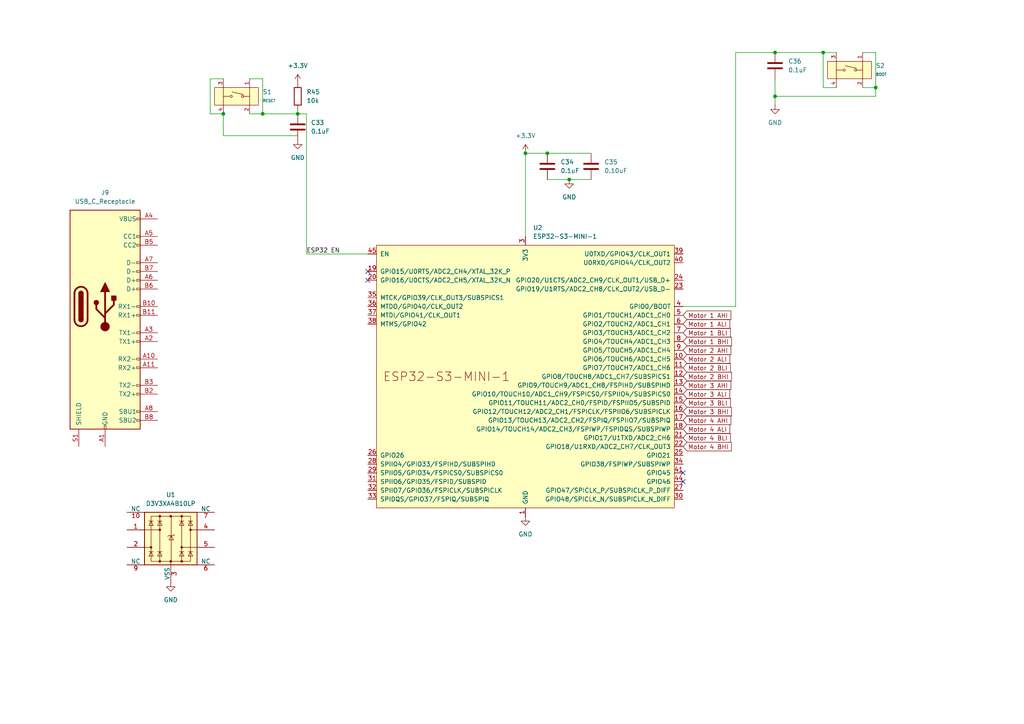
<source format=kicad_sch>
(kicad_sch (version 20231120) (generator "eeschema") (generator_version "8.0")
  (paper "A4")
  (title_block (title "ESP32 DC Motor Driver") (rev "1") (company "Divster"))
  (lib_symbols
    (symbol "Connector:USB_C_Receptacle" (pin_names (offset 1.016))
      (property "Reference" "J" (at -10.16 29.21 0))
      (property "Value" "USB_C_Receptacle" (at 10.16 29.21 0))
      (symbol "USB_C_Receptacle_0_0"
        (rectangle (start -0.254 -35.56) (end 0.254 -34.544))
        (rectangle (start 10.16 -32.766) (end 9.144 -33.274))
        (rectangle (start 10.16 -30.226) (end 9.144 -30.734))
        (rectangle (start 10.16 -25.146) (end 9.144 -25.654))
        (rectangle (start 10.16 -22.606) (end 9.144 -23.114))
        (rectangle (start 10.16 -17.526) (end 9.144 -18.034))
        (rectangle (start 10.16 -14.986) (end 9.144 -15.494))
        (rectangle (start 10.16 -9.906) (end 9.144 -10.414))
        (rectangle (start 10.16 -7.366) (end 9.144 -7.874))
        (rectangle (start 10.16 -2.286) (end 9.144 -2.794))
        (rectangle (start 10.16 0.254) (end 9.144 -0.254))
        (rectangle (start 10.16 5.334) (end 9.144 4.826))
        (rectangle (start 10.16 7.874) (end 9.144 7.366))
        (rectangle (start 10.16 10.414) (end 9.144 9.906))
        (rectangle (start 10.16 12.954) (end 9.144 12.446))
        (rectangle (start 10.16 18.034) (end 9.144 17.526))
        (rectangle (start 10.16 20.574) (end 9.144 20.066))
        (rectangle (start 10.16 25.654) (end 9.144 25.146))
      )
      (symbol "USB_C_Receptacle_0_1"
        (rectangle (start -10.16 27.94) (end 10.16 -35.56) (stroke (width 0.254)) (fill (type background)))
        (arc (start -8.89 -3.81) (mid -6.985 -5.7067) (end -5.08 -3.81) (stroke (width 0.508)))
        (arc (start -7.62 -3.81) (mid -6.985 -4.4423) (end -6.35 -3.81) (stroke (width 0.254)))
        (arc (start -7.62 -3.81) (mid -6.985 -4.4423) (end -6.35 -3.81) (stroke (width 0.254)) (fill (type outline)))
        (rectangle (start -7.62 -3.81) (end -6.35 3.81) (stroke (width 0.254)) (fill (type outline)))
        (arc (start -6.35 3.81) (mid -6.985 4.4423) (end -7.62 3.81) (stroke (width 0.254)))
        (arc (start -6.35 3.81) (mid -6.985 4.4423) (end -7.62 3.81) (stroke (width 0.254)) (fill (type outline)))
        (arc (start -5.08 3.81) (mid -6.985 5.7067) (end -8.89 3.81) (stroke (width 0.508)))
        (polyline (pts (xy -8.89 -3.81) (xy -8.89 3.81)) (stroke (width 0.508)))
        (polyline (pts (xy -5.08 3.81) (xy -5.08 -3.81)) (stroke (width 0.508)))
      )
      (symbol "USB_C_Receptacle_1_1"
        (circle (center -2.54 1.143) (radius 0.635) (stroke (width 0.254)) (fill (type outline)))
        (circle (center 0 -5.842) (radius 1.27) (fill (type outline)))
        (polyline (pts (xy 0 -5.842) (xy 0 4.318)) (stroke (width 0.508)))
        (polyline (pts (xy 0 -3.302) (xy -2.54 -0.762) (xy -2.54 0.508)) (stroke (width 0.508)))
        (polyline (pts (xy 0 -2.032) (xy 2.54 0.508) (xy 2.54 1.778)) (stroke (width 0.508)))
        (polyline (pts (xy -1.27 4.318) (xy 0 6.858) (xy 1.27 4.318) (xy -1.27 4.318)) (stroke (width 0.254)) (fill (type outline)))
        (rectangle (start 1.905 1.778) (end 3.175 3.048) (stroke (width 0.254)) (fill (type outline)))
        (pin passive line (at 0 -40.64 90) (length 5.08) (name "GND") (number "A1"))
        (pin bidirectional line (at 15.24 -15.24 180) (length 5.08) (name "RX2-") (number "A10"))
        (pin bidirectional line (at 15.24 -17.78 180) (length 5.08) (name "RX2+") (number "A11"))
        (pin passive line (at 0 -40.64 90) (length 5.08) hide (name "GND") (number "A12"))
        (pin bidirectional line (at 15.24 -10.16 180) (length 5.08) (name "TX1+") (number "A2"))
        (pin bidirectional line (at 15.24 -7.62 180) (length 5.08) (name "TX1-") (number "A3"))
        (pin passive line (at 15.24 25.4 180) (length 5.08) (name "VBUS") (number "A4"))
        (pin bidirectional line (at 15.24 20.32 180) (length 5.08) (name "CC1") (number "A5"))
        (pin bidirectional line (at 15.24 7.62 180) (length 5.08) (name "D+") (number "A6"))
        (pin bidirectional line (at 15.24 12.7 180) (length 5.08) (name "D-") (number "A7"))
        (pin bidirectional line (at 15.24 -30.48 180) (length 5.08) (name "SBU1") (number "A8"))
        (pin passive line (at 15.24 25.4 180) (length 5.08) hide (name "VBUS") (number "A9"))
        (pin passive line (at 0 -40.64 90) (length 5.08) hide (name "GND") (number "B1"))
        (pin bidirectional line (at 15.24 0 180) (length 5.08) (name "RX1-") (number "B10"))
        (pin bidirectional line (at 15.24 -2.54 180) (length 5.08) (name "RX1+") (number "B11"))
        (pin passive line (at 0 -40.64 90) (length 5.08) hide (name "GND") (number "B12"))
        (pin bidirectional line (at 15.24 -25.4 180) (length 5.08) (name "TX2+") (number "B2"))
        (pin bidirectional line (at 15.24 -22.86 180) (length 5.08) (name "TX2-") (number "B3"))
        (pin passive line (at 15.24 25.4 180) (length 5.08) hide (name "VBUS") (number "B4"))
        (pin bidirectional line (at 15.24 17.78 180) (length 5.08) (name "CC2") (number "B5"))
        (pin bidirectional line (at 15.24 5.08 180) (length 5.08) (name "D+") (number "B6"))
        (pin bidirectional line (at 15.24 10.16 180) (length 5.08) (name "D-") (number "B7"))
        (pin bidirectional line (at 15.24 -33.02 180) (length 5.08) (name "SBU2") (number "B8"))
        (pin passive line (at 15.24 25.4 180) (length 5.08) hide (name "VBUS") (number "B9"))
        (pin passive line (at -7.62 -40.64 90) (length 5.08) (name "SHIELD") (number "S1"))
      )
    )
    (symbol "Device:C" (pin_numbers hide) (pin_names (offset 0.254))
      (property "Reference" "C" (at 0.635 2.54 0))
      (property "Value" "C" (at 0.635 -2.54 0))
      (symbol "C_0_1"
        (polyline (pts (xy -2.032 -0.762) (xy 2.032 -0.762)) (stroke (width 0.508)))
        (polyline (pts (xy -2.032 0.762) (xy 2.032 0.762)) (stroke (width 0.508)))
      )
      (symbol "C_1_1"
        (pin passive line (at 0 3.81 270) (length 2.794) (name "~") (number "1"))
        (pin passive line (at 0 -3.81 90) (length 2.794) (name "~") (number "2"))
      )
    )
    (symbol "Device:R" (pin_numbers hide) (pin_names (offset 0))
      (property "Reference" "R" (at 2.032 0 90))
      (property "Value" "R" (at 0 0 90))
      (symbol "R_0_1"
        (rectangle (start -1.016 -2.54) (end 1.016 2.54) (stroke (width 0.254)))
      )
      (symbol "R_1_1"
        (pin passive line (at 0 3.81 270) (length 1.27) (name "~") (number "1"))
        (pin passive line (at 0 -3.81 90) (length 1.27) (name "~") (number "2"))
      )
    )
    (symbol "PCM_Espressif:ESP32-S3-MINI-1" (pin_names (offset 1.016))
      (property "Reference" "U" (at -43.18 43.18 0))
      (property "Value" "ESP32-S3-MINI-1" (at -43.18 40.64 0))
      (symbol "ESP32-S3-MINI-1_0_0"
        (text "ESP32-S3-MINI-1" (at -22.86 0 0) (effects (font (size 2.54 2.54))))
        (pin power_in line (at 0 -40.64 90) (length 2.54) (name "GND") (number "1"))
        (pin bidirectional line (at 45.72 5.08 180) (length 2.54) (name "GPIO6/TOUCH6/ADC1_CH5") (number "10"))
        (pin bidirectional line (at 45.72 2.54 180) (length 2.54) (name "GPIO7/TOUCH7/ADC1_CH6") (number "11"))
        (pin bidirectional line (at 45.72 0 180) (length 2.54) (name "GPIO8/TOUCH8/ADC1_CH7/SUBSPICS1") (number "12"))
        (pin bidirectional line (at 45.72 -2.54 180) (length 2.54) (name "GPIO9/TOUCH9/ADC1_CH8/FSPIHD/SUBSPIHD") (number "13"))
        (pin bidirectional line (at 45.72 -5.08 180) (length 2.54) (name "GPIO10/TOUCH10/ADC1_CH9/FSPICS0/FSPIIO4/SUBSPICS0") (number "14"))
        (pin bidirectional line (at 45.72 -7.62 180) (length 2.54) (name "GPIO11/TOUCH11/ADC2_CH0/FSPID/FSPIIO5/SUBSPID") (number "15"))
        (pin bidirectional line (at 45.72 -10.16 180) (length 2.54) (name "GPIO12/TOUCH12/ADC2_CH1/FSPICLK/FSPIIO6/SUBSPICLK") (number "16"))
        (pin bidirectional line (at 45.72 -12.7 180) (length 2.54) (name "GPIO13/TOUCH13/ADC2_CH2/FSPIQ/FSPIIO7/SUBSPIQ") (number "17"))
        (pin bidirectional line (at 45.72 -15.24 180) (length 2.54) (name "GPIO14/TOUCH14/ADC2_CH3/FSPIWP/FSPIDQS/SUBSPIWP") (number "18"))
        (pin bidirectional line (at -45.72 30.48 0) (length 2.54) (name "GPIO15/U0RTS/ADC2_CH4/XTAL_32K_P") (number "19"))
        (pin passive line (at 0 -40.64 90) (length 2.54) hide (name "GND") (number "2"))
        (pin bidirectional line (at -45.72 27.94 0) (length 2.54) (name "GPIO16/U0CTS/ADC2_CH5/XTAL_32K_N") (number "20"))
        (pin bidirectional line (at 45.72 -17.78 180) (length 2.54) (name "GPIO17/U1TXD/ADC2_CH6") (number "21"))
        (pin bidirectional line (at 45.72 -20.32 180) (length 2.54) (name "GPIO18/U1RXD/ADC2_CH7/CLK_OUT3") (number "22"))
        (pin bidirectional line (at 45.72 25.4 180) (length 2.54) (name "GPIO19/U1RTS/ADC2_CH8/CLK_OUT2/USB_D-") (number "23"))
        (pin bidirectional line (at 45.72 27.94 180) (length 2.54) (name "GPIO20/U1CTS/ADC2_CH9/CLK_OUT1/USB_D+") (number "24"))
        (pin bidirectional line (at 45.72 -22.86 180) (length 2.54) (name "GPIO21") (number "25"))
        (pin bidirectional line (at -45.72 -22.86 0) (length 2.54) (name "GPIO26") (number "26"))
        (pin bidirectional line (at 45.72 -33.02 180) (length 2.54) (name "GPIO47/SPICLK_P/SUBSPICLK_P_DIFF") (number "27"))
        (pin bidirectional line (at -45.72 -25.4 0) (length 2.54) (name "SPIIO4/GPIO33/FSPIHD/SUBSPIHD") (number "28"))
        (pin bidirectional line (at -45.72 -27.94 0) (length 2.54) (name "SPIIO5/GPIO34/FSPICS0/SUBSPICS0") (number "29"))
        (pin power_in line (at 0 40.64 270) (length 2.54) (name "3V3") (number "3"))
        (pin bidirectional line (at 45.72 -35.56 180) (length 2.54) (name "GPIO48/SPICLK_N/SUBSPICLK_N_DIFF") (number "30"))
        (pin bidirectional line (at -45.72 -30.48 0) (length 2.54) (name "SPIIO6/GPIO35/FSPID/SUBSPID") (number "31"))
        (pin bidirectional line (at -45.72 -33.02 0) (length 2.54) (name "SPIIO7/GPIO36/FSPICLK/SUBSPICLK") (number "32"))
        (pin bidirectional line (at -45.72 -35.56 0) (length 2.54) (name "SPIDQS/GPIO37/FSPIQ/SUBSPIQ") (number "33"))
        (pin bidirectional line (at 45.72 -25.4 180) (length 2.54) (name "GPIO38/FSPIWP/SUBSPIWP") (number "34"))
        (pin bidirectional line (at -45.72 22.86 0) (length 2.54) (name "MTCK/GPIO39/CLK_OUT3/SUBSPICS1") (number "35"))
        (pin bidirectional line (at -45.72 20.32 0) (length 2.54) (name "MTDO/GPIO40/CLK_OUT2") (number "36"))
        (pin bidirectional line (at -45.72 17.78 0) (length 2.54) (name "MTDI/GPIO41/CLK_OUT1") (number "37"))
        (pin bidirectional line (at -45.72 15.24 0) (length 2.54) (name "MTMS/GPIO42") (number "38"))
        (pin bidirectional line (at 45.72 35.56 180) (length 2.54) (name "U0TXD/GPIO43/CLK_OUT1") (number "39"))
        (pin bidirectional line (at 45.72 20.32 180) (length 2.54) (name "GPIO0/BOOT") (number "4"))
        (pin bidirectional line (at 45.72 33.02 180) (length 2.54) (name "U0RXD/GPIO44/CLK_OUT2") (number "40"))
        (pin bidirectional line (at 45.72 -27.94 180) (length 2.54) (name "GPIO45") (number "41"))
        (pin passive line (at 0 -40.64 90) (length 2.54) hide (name "GND") (number "42"))
        (pin passive line (at 0 -40.64 90) (length 2.54) hide (name "GND") (number "43"))
        (pin bidirectional line (at 45.72 -30.48 180) (length 2.54) (name "GPIO46") (number "44"))
        (pin input line (at -45.72 35.56 0) (length 2.54) (name "EN") (number "45"))
        (pin passive line (at 0 -40.64 90) (length 2.54) hide (name "GND") (number "46"))
        (pin passive line (at 0 -40.64 90) (length 2.54) hide (name "GND") (number "47"))
        (pin passive line (at 0 -40.64 90) (length 2.54) hide (name "GND") (number "48"))
        (pin passive line (at 0 -40.64 90) (length 2.54) hide (name "GND") (number "49"))
        (pin bidirectional line (at 45.72 17.78 180) (length 2.54) (name "GPIO1/TOUCH1/ADC1_CH0") (number "5"))
        (pin passive line (at 0 -40.64 90) (length 2.54) hide (name "GND") (number "50"))
        (pin passive line (at 0 -40.64 90) (length 2.54) hide (name "GND") (number "51"))
        (pin passive line (at 0 -40.64 90) (length 2.54) hide (name "GND") (number "52"))
        (pin passive line (at 0 -40.64 90) (length 2.54) hide (name "GND") (number "53"))
        (pin passive line (at 0 -40.64 90) (length 2.54) hide (name "GND") (number "54"))
        (pin passive line (at 0 -40.64 90) (length 2.54) hide (name "GND") (number "55"))
        (pin passive line (at 0 -40.64 90) (length 2.54) hide (name "GND") (number "56"))
        (pin passive line (at 0 -40.64 90) (length 2.54) hide (name "GND") (number "57"))
        (pin passive line (at 0 -40.64 90) (length 2.54) hide (name "GND") (number "58"))
        (pin passive line (at 0 -40.64 90) (length 2.54) hide (name "GND") (number "59"))
        (pin bidirectional line (at 45.72 15.24 180) (length 2.54) (name "GPIO2/TOUCH2/ADC1_CH1") (number "6"))
        (pin passive line (at 0 -40.64 90) (length 2.54) hide (name "GND") (number "60"))
        (pin passive line (at 0 -40.64 90) (length 2.54) hide (name "GND") (number "61"))
        (pin passive line (at 0 -40.64 90) (length 2.54) hide (name "GND") (number "62"))
        (pin passive line (at 0 -40.64 90) (length 2.54) hide (name "GND") (number "63"))
        (pin passive line (at 0 -40.64 90) (length 2.54) hide (name "GND") (number "64"))
        (pin passive line (at 0 -40.64 90) (length 2.54) hide (name "GND") (number "65"))
        (pin bidirectional line (at 45.72 12.7 180) (length 2.54) (name "GPIO3/TOUCH3/ADC1_CH2") (number "7"))
        (pin bidirectional line (at 45.72 10.16 180) (length 2.54) (name "GPIO4/TOUCH4/ADC1_CH3") (number "8"))
        (pin bidirectional line (at 45.72 7.62 180) (length 2.54) (name "GPIO5/TOUCH5/ADC1_CH4") (number "9"))
      )
      (symbol "ESP32-S3-MINI-1_0_1"
        (rectangle (start -43.18 38.1) (end 43.18 -38.1) (fill (type background)))
      )
    )
    (symbol "PCM_JLCPCB-Connectors_Buttons:Tactile Button, 160gf" (pin_names hide)
      (property "Reference" "S" (at 0 1.27 0))
      (property "Value" "Tactile Button, 160gf" (at 0 -8.89 0))
      (symbol "Tactile Button, 160gf_0_1"
        (circle (center 0 -2.794) (radius 0.3175) (fill (type background)))
        (polyline (pts (xy -2.54 -5.08) (xy 2.54 -5.08)))
        (polyline (pts (xy -2.54 2.54) (xy 2.54 2.54)))
        (polyline (pts (xy -0.508 0.762) (xy -1.27 -2.54)))
        (polyline (pts (xy 0 -3.302) (xy 0 -5.08)))
        (polyline (pts (xy 0 0.762) (xy 0 2.54)))
        (circle (center 0 0.508) (radius 0.3175) (fill (type background)))
        (pin unspecified line (at -5.08 2.54 0) (length 2.54) (name "A") (number "1"))
        (pin unspecified line (at 5.08 2.54 180) (length 2.54) (name "B") (number "2"))
        (pin unspecified line (at -5.08 -5.08 0) (length 2.54) (name "C") (number "3"))
        (pin unspecified line (at 5.08 -5.08 180) (length 2.54) (name "D") (number "4"))
      )
      (symbol "Tactile Button, 160gf_1_1"
        (rectangle (start -2.54 5.08) (end 2.54 -7.62) (fill (type background)))
      )
    )
    (symbol "Power_Protection:D3V3XA4B10LP" (pin_names (offset 0))
      (property "Reference" "U" (at -0.635 8.89 0))
      (property "Value" "D3V3XA4B10LP" (at 8.89 -10.16 0))
      (symbol "D3V3XA4B10LP_0_0"
        (rectangle (start -5.715 6.477) (end 5.715 -6.604))
        (polyline (pts (xy -3.175 -6.604) (xy -3.175 6.477)))
        (polyline (pts (xy 0.127 6.477) (xy 0.127 -6.604)))
        (polyline (pts (xy 3.175 6.477) (xy 3.175 -6.604)))
      )
      (symbol "D3V3XA4B10LP_0_1"
        (rectangle (start -7.62 7.62) (end 7.62 -7.62) (stroke (width 0.254)) (fill (type background)))
        (circle (center -5.715 -2.54) (radius 0.2794) (fill (type outline)))
        (circle (center -3.175 -6.604) (radius 0.2794) (fill (type outline)))
        (circle (center -3.175 2.54) (radius 0.2794) (fill (type outline)))
        (circle (center -3.175 6.477) (radius 0.2794) (fill (type outline)))
        (circle (center 0 -6.604) (radius 0.2794) (fill (type outline)))
        (polyline (pts (xy -7.747 2.54) (xy -3.175 2.54)))
        (polyline (pts (xy -7.62 -2.54) (xy -5.715 -2.54)))
        (polyline (pts (xy -5.08 -3.81) (xy -6.35 -3.81)))
        (polyline (pts (xy -5.08 5.08) (xy -6.35 5.08)))
        (polyline (pts (xy -2.54 -3.81) (xy -3.81 -3.81)))
        (polyline (pts (xy -2.54 5.08) (xy -3.81 5.08)))
        (polyline (pts (xy -0.508 0.889) (xy -0.889 0.635)))
        (polyline (pts (xy 0 -6.604) (xy 0 -7.62)))
        (polyline (pts (xy 0.762 0.889) (xy -0.508 0.889)))
        (polyline (pts (xy 0.762 0.889) (xy 1.143 1.143)))
        (polyline (pts (xy 3.81 -3.81) (xy 2.54 -3.81)))
        (polyline (pts (xy 3.81 5.08) (xy 2.54 5.08)))
        (polyline (pts (xy 6.35 -3.81) (xy 5.08 -3.81)))
        (polyline (pts (xy 6.35 5.08) (xy 5.08 5.08)))
        (polyline (pts (xy 7.62 -2.54) (xy 3.175 -2.54)))
        (polyline (pts (xy 7.62 2.54) (xy 5.715 2.54)))
        (polyline (pts (xy -5.08 -5.08) (xy -6.35 -5.08) (xy -5.715 -3.81) (xy -5.08 -5.08)))
        (polyline (pts (xy -5.08 3.81) (xy -6.35 3.81) (xy -5.715 5.08) (xy -5.08 3.81)))
        (polyline (pts (xy -2.54 -5.08) (xy -3.81 -5.08) (xy -3.175 -3.81) (xy -2.54 -5.08)))
        (polyline (pts (xy -2.54 3.81) (xy -3.81 3.81) (xy -3.175 5.08) (xy -2.54 3.81)))
        (polyline (pts (xy 0.762 -0.381) (xy -0.508 -0.381) (xy 0.127 0.889) (xy 0.762 -0.381)))
        (polyline (pts (xy 3.81 -5.08) (xy 2.54 -5.08) (xy 3.175 -3.81) (xy 3.81 -5.08)))
        (polyline (pts (xy 3.81 3.81) (xy 2.54 3.81) (xy 3.175 5.08) (xy 3.81 3.81)))
        (polyline (pts (xy 6.35 -5.08) (xy 5.08 -5.08) (xy 5.715 -3.81) (xy 6.35 -5.08)))
        (polyline (pts (xy 6.35 3.81) (xy 5.08 3.81) (xy 5.715 5.08) (xy 6.35 3.81)))
        (circle (center 0 6.477) (radius 0.2794) (fill (type outline)))
        (circle (center 3.175 -6.604) (radius 0.2794) (fill (type outline)))
        (circle (center 3.175 -2.54) (radius 0.2794) (fill (type outline)))
        (circle (center 3.175 6.477) (radius 0.2794) (fill (type outline)))
        (circle (center 5.715 2.54) (radius 0.2794) (fill (type outline)))
      )
      (symbol "D3V3XA4B10LP_1_1"
        (pin passive line (at -12.7 2.54 0) (length 5.08) (name "~") (number "1"))
        (pin free line (at -12.7 7.62 0) (length 5.08) (name "NC") (number "10"))
        (pin passive line (at -12.7 -2.54 0) (length 5.08) (name "~") (number "2"))
        (pin power_in line (at 0 -12.7 90) (length 5.08) (name "VSS") (number "3"))
        (pin passive line (at 12.7 2.54 180) (length 5.08) (name "~") (number "4"))
        (pin passive line (at 12.7 -2.54 180) (length 5.08) (name "~") (number "5"))
        (pin free line (at 12.7 -7.62 180) (length 5.08) (name "NC") (number "6"))
        (pin free line (at 12.7 7.62 180) (length 5.08) (name "NC") (number "7"))
        (pin passive line (at 0 -12.7 90) (length 5.08) hide (name "VSS") (number "8"))
        (pin free line (at -12.7 -7.62 0) (length 5.08) (name "NC") (number "9"))
      )
    )
    (symbol "power:+3.3V" (power) (pin_numbers hide) (pin_names (offset 0) hide)
      (property "Value" "+3.3V" (at 0 3.556 0))
      (symbol "+3.3V_0_1"
        (polyline (pts (xy -0.762 1.27) (xy 0 2.54)))
        (polyline (pts (xy 0 0) (xy 0 2.54)))
        (polyline (pts (xy 0 2.54) (xy 0.762 1.27)))
      )
      (symbol "+3.3V_1_1"
        (pin power_in line (at 0 0 90) (length 0) (name "~") (number "1"))
      )
    )
    (symbol "power:GND" (power) (pin_numbers hide) (pin_names (offset 0) hide)
      (property "Value" "GND" (at 0 -3.81 0))
      (symbol "GND_0_1"
        (polyline (pts (xy 0 0) (xy 0 -1.27) (xy 1.27 -1.27) (xy 0 -2.54) (xy -1.27 -1.27) (xy 0 -1.27)))
      )
      (symbol "GND_1_1"
        (pin power_in line (at 0 0 270) (length 0) (name "~") (number "1"))
      )
    )
  )
  (junction (at 238.76 15.24))
  (junction (at 152.4 44.45))
  (junction (at 158.75 44.45))
  (junction (at 64.77 33.02))
  (junction (at 86.36 33.02))
  (junction (at 165.1 52.07))
  (junction (at 224.79 27.94))
  (junction (at 224.79 15.24))
  (junction (at 76.2 33.02))
  (junction (at 254 25.4))
  (no_connect (at 106.68 81.28))
  (no_connect (at 198.12 137.16))
  (no_connect (at 198.12 139.7))
  (no_connect (at 106.68 78.74))
  (wire (pts (xy 76.2 33.02) (xy 86.36 33.02)))
  (wire (pts (xy 76.2 22.86) (xy 76.2 33.02)))
  (wire (pts (xy 158.75 44.45) (xy 171.45 44.45)))
  (wire (pts (xy 88.9 73.66) (xy 106.68 73.66)))
  (wire (pts (xy 238.76 15.24) (xy 238.76 25.4)))
  (wire (pts (xy 238.76 25.4) (xy 242.57 25.4)))
  (wire (pts (xy 254 27.94) (xy 224.79 27.94)))
  (wire (pts (xy 242.57 15.24) (xy 238.76 15.24)))
  (wire (pts (xy 224.79 15.24) (xy 238.76 15.24)))
  (wire (pts (xy 72.39 22.86) (xy 76.2 22.86)))
  (wire (pts (xy 60.96 22.86) (xy 60.96 33.02)))
  (wire (pts (xy 64.77 39.37) (xy 86.36 39.37)))
  (wire (pts (xy 152.4 44.45) (xy 158.75 44.45)))
  (wire (pts (xy 254 25.4) (xy 254 27.94)))
  (wire (pts (xy 158.75 52.07) (xy 165.1 52.07)))
  (wire (pts (xy 250.19 25.4) (xy 254 25.4)))
  (wire (pts (xy 250.19 15.24) (xy 254 15.24)))
  (wire (pts (xy 213.36 15.24) (xy 213.36 88.9)))
  (wire (pts (xy 64.77 22.86) (xy 60.96 22.86)))
  (wire (pts (xy 213.36 88.9) (xy 198.12 88.9)))
  (wire (pts (xy 165.1 52.07) (xy 171.45 52.07)))
  (wire (pts (xy 88.9 33.02) (xy 86.36 33.02)))
  (wire (pts (xy 60.96 33.02) (xy 64.77 33.02)))
  (wire (pts (xy 88.9 73.66) (xy 88.9 33.02)))
  (wire (pts (xy 213.36 15.24) (xy 224.79 15.24)))
  (wire (pts (xy 152.4 44.45) (xy 152.4 68.58)))
  (wire (pts (xy 224.79 27.94) (xy 224.79 22.86)))
  (wire (pts (xy 224.79 30.48) (xy 224.79 27.94)))
  (wire (pts (xy 86.36 31.75) (xy 86.36 33.02)))
  (wire (pts (xy 254 25.4) (xy 254 15.24)))
  (wire (pts (xy 64.77 33.02) (xy 64.77 39.37)))
  (wire (pts (xy 72.39 33.02) (xy 76.2 33.02)))
  (label "ESP32 EN" (at 88.9 73.66 0))
  (global_label "Motor 2 ALI" (shape input) (at 198.12 104.14 0) (property "Intersheetrefs" "${INTERSHEET_REFS}" (effects (hide yes))))
  (global_label "Motor 4 BLI" (shape input) (at 198.12 127 0) (property "Intersheetrefs" "${INTERSHEET_REFS}" (effects (hide yes))))
  (global_label "Motor 1 ALI" (shape input) (at 198.12 93.98 0) (property "Intersheetrefs" "${INTERSHEET_REFS}" (effects (hide yes))))
  (global_label "Motor 3 ALI" (shape input) (at 198.12 114.3 0) (property "Intersheetrefs" "${INTERSHEET_REFS}" (effects (hide yes))))
  (global_label "Motor 1 BLI" (shape input) (at 198.12 96.52 0) (property "Intersheetrefs" "${INTERSHEET_REFS}" (effects (hide yes))))
  (global_label "Motor 4 AHI" (shape input) (at 198.12 121.92 0) (property "Intersheetrefs" "${INTERSHEET_REFS}" (effects (hide yes))))
  (global_label "Motor 4 BHI" (shape input) (at 198.12 129.54 0) (property "Intersheetrefs" "${INTERSHEET_REFS}" (effects (hide yes))))
  (global_label "Motor 3 AHI" (shape input) (at 198.12 111.76 0) (property "Intersheetrefs" "${INTERSHEET_REFS}" (effects (hide yes))))
  (global_label "Motor 2 BHI" (shape input) (at 198.12 109.22 0) (property "Intersheetrefs" "${INTERSHEET_REFS}" (effects (hide yes))))
  (global_label "Motor 1 BHI" (shape input) (at 198.12 99.06 0) (property "Intersheetrefs" "${INTERSHEET_REFS}" (effects (hide yes))))
  (global_label "Motor 2 AHI" (shape input) (at 198.12 101.6 0) (property "Intersheetrefs" "${INTERSHEET_REFS}" (effects (hide yes))))
  (global_label "Motor 3 BHI" (shape input) (at 198.12 119.38 0) (property "Intersheetrefs" "${INTERSHEET_REFS}" (effects (hide yes))))
  (global_label "Motor 1 AHI" (shape input) (at 198.12 91.44 0) (property "Intersheetrefs" "${INTERSHEET_REFS}" (effects (hide yes))))
  (global_label "Motor 3 BLI" (shape input) (at 198.12 116.84 0) (property "Intersheetrefs" "${INTERSHEET_REFS}" (effects (hide yes))))
  (global_label "Motor 2 BLI" (shape input) (at 198.12 106.68 0) (property "Intersheetrefs" "${INTERSHEET_REFS}" (effects (hide yes))))
  (global_label "Motor 4 ALI" (shape input) (at 198.12 124.46 0) (property "Intersheetrefs" "${INTERSHEET_REFS}" (effects (hide yes))))
  (symbol (lib_id "power:+3.3V") (at 152.4 44.45 0) (unit 1)
    (property "Reference" "#PWR052" (effects (hide yes)))
    (property "Value" "+3.3V" (at 152.4 39.37 0))
    (property "Description" "Power symbol creates a global label with name \"+3.3V\"" (effects (hide yes)))
  )
  (symbol (lib_id "power:GND") (at 152.4 149.86 0) (mirror y) (unit 1)
    (property "Reference" "#PWR053" (effects (hide yes)))
    (property "Value" "GND" (at 152.4 154.94 0))
    (property "Description" "Power symbol creates a global label with name \"GND\" , ground" (effects (hide yes)))
  )
  (symbol (lib_id "Connector:USB_C_Receptacle") (at 30.48 88.9 0) (unit 1)
    (property "Reference" "J9" (at 30.48 55.88 0))
    (property "Value" "USB_C_Receptacle" (at 30.48 58.42 0))
    (property "Footprint" "Connector_USB:USB_C_Receptacle_GCT_USB4135-GF-A_6P_TopMnt_Horizontal" (effects (hide yes)))
    (property "Datasheet" "https://www.usb.org/sites/default/files/documents/usb_type-c.zip" (effects (hide yes)))
    (property "Description" "USB Full-Featured Type-C Receptacle connector" (effects (hide yes)))
  )
  (symbol (lib_id "power:GND") (at 49.53 168.91 0) (mirror y) (unit 1)
    (property "Reference" "#PWR049" (effects (hide yes)))
    (property "Value" "GND" (at 49.53 173.99 0))
    (property "Description" "Power symbol creates a global label with name \"GND\" , ground" (effects (hide yes)))
  )
  (symbol (lib_id "PCM_Espressif:ESP32-S3-MINI-1") (at 152.4 109.22 0) (unit 1)
    (property "Reference" "U2" (at 154.5941 66.04 0) (effects (justify left)))
    (property "Value" "ESP32-S3-MINI-1" (at 154.5941 68.58 0) (effects (justify left)))
    (property "Footprint" "PCM_Espressif:ESP32-S3-MINI-1" (effects (hide yes)))
    (property "Datasheet" "https://www.espressif.com/sites/default/files/documentation/esp32-s3-mini-1_mini-1u_datasheet_en.pdf" (effects (hide yes)))
    (property "Description" "Smallsized module supporting 2.4 GHz WiFi (802.11 b/g/n) and Bluetooth ® 5 (LE) Built around ESP32S3 series of SoCs, Xtensa ® dualcore 32bit LX7 microprocessor Flash up to 8 MB, optional 2 MB PSRAM in chip package 39 GPIOs, rich set of peripherals Onboard PCB antenna or external antenna connector" (effects (hide yes)))
  )
  (symbol (lib_id "Device:C") (at 158.75 48.26 0) (unit 1)
    (property "Reference" "C34" (at 162.56 46.9899 0) (effects (justify left)))
    (property "Value" "0.1uF" (at 162.56 49.5299 0) (effects (justify left)))
    (property "Footprint" "Capacitor_SMD:C_0603_1608Metric_Pad1.08x0.95mm_HandSolder" (effects (hide yes)))
    (property "Description" "Unpolarized capacitor" (effects (hide yes)))
  )
  (symbol (lib_id "Device:C") (at 171.45 48.26 0) (unit 1)
    (property "Reference" "C35" (at 175.26 46.9899 0) (effects (justify left)))
    (property "Value" "0.10uF" (at 175.26 49.5299 0) (effects (justify left)))
    (property "Footprint" "Capacitor_SMD:C_0603_1608Metric_Pad1.08x0.95mm_HandSolder" (effects (hide yes)))
    (property "Description" "Unpolarized capacitor" (effects (hide yes)))
  )
  (symbol (lib_id "Device:C") (at 86.36 36.83 0) (unit 1)
    (property "Reference" "C33" (at 90.17 35.5599 0) (effects (justify left)))
    (property "Value" "0.1uF" (at 90.17 38.0999 0) (effects (justify left)))
    (property "Footprint" "Capacitor_SMD:C_0603_1608Metric_Pad1.08x0.95mm_HandSolder" (effects (hide yes)))
    (property "Description" "Unpolarized capacitor" (effects (hide yes)))
  )
  (symbol (lib_id "PCM_JLCPCB-Connectors_Buttons:Tactile Button, 160gf") (at 247.65 20.32 270) (unit 1)
    (property "Reference" "S2" (at 254 19.0499 90) (effects (justify left)))
    (property "Value" "BOOT" (at 254 21.59 90) (effects (font (size 0.8 0.8)) (justify left)))
    (property "Footprint" "PCM_JLCPCB:SW-SMD_4P-L5.1-W5.1-P3.70-LS6.5-TL-2" (effects (hide yes)))
    (property "Datasheet" "https://www.lcsc.com/datasheet/lcsc_datasheet_2304140030_XKB-Connection-TS-1187A-B-A-B_C318884.pdf" (effects (hide yes)))
    (property "Description" "None Without 50mA 5.1mm 100000 Times 160gf 12V 5.1mm 1.5mm Round Button Standing paste SPST SMD Tactile Switches ROHS" (effects (hide yes)))
    (property "LCSC" "C318884" (effects (hide yes)))
    (property "Stock" "273906" (effects (hide yes)))
    (property "Price" "0.025USD" (effects (hide yes)))
    (property "Process" "SMT" (effects (hide yes)))
    (property "Minimum Qty" "10" (effects (hide yes)))
    (property "Attrition Qty" "5" (effects (hide yes)))
    (property "Class" "Basic Component" (effects (hide yes)))
    (property "Category" "Switches,Tactile Switches" (effects (hide yes)))
    (property "Manufacturer" "XKB Connectivity" (effects (hide yes)))
    (property "Part" "TS-1187A-B-A-B" (effects (hide yes)))
    (property "Switch Length" "5.1mm" (effects (hide yes)))
    (property "Voltage Rating (Dc)" "12V" (effects (hide yes)))
    (property "With Lamp" "No" (effects (hide yes)))
    (property "Operating Force" "160gf" (effects (hide yes)))
    (property "Actuator/Cap Color" "Golden" (effects (hide yes)))
    (property "Mechanical Life" "100000 Times" (effects (hide yes)))
    (property "Strike Gundam" "NO" (effects (hide yes)))
    (property "Circuit" "SPST" (effects (hide yes)))
    (property "Switch Height" "1.5mm" (effects (hide yes)))
    (property "Actuator Style" "Round Button" (effects (hide yes)))
    (property "Switch Width" "5.1mm" (effects (hide yes)))
    (property "Contact Current" "50mA" (effects (hide yes)))
    (property "Operating Temperature" "-30°C~+85°C" (effects (hide yes)))
    (property "Mounting Style" "Brick nogging" (effects (hide yes)))
  )
  (symbol (lib_id "power:GND") (at 86.36 40.64 0) (mirror y) (unit 1)
    (property "Reference" "#PWR051" (effects (hide yes)))
    (property "Value" "GND" (at 86.36 45.72 0))
    (property "Description" "Power symbol creates a global label with name \"GND\" , ground" (effects (hide yes)))
  )
  (symbol (lib_id "power:GND") (at 165.1 52.07 0) (mirror y) (unit 1)
    (property "Reference" "#PWR054" (effects (hide yes)))
    (property "Value" "GND" (at 165.1 57.15 0))
    (property "Description" "Power symbol creates a global label with name \"GND\" , ground" (effects (hide yes)))
  )
  (symbol (lib_id "Power_Protection:D3V3XA4B10LP") (at 49.53 156.21 0) (unit 1)
    (property "Reference" "U1" (at 49.53 143.51 0))
    (property "Value" "D3V3XA4B10LP" (at 49.53 146.05 0))
    (property "Footprint" "Package_DFN_QFN:Diodes_UDFN-10_1.0x2.5mm_P0.5mm" (effects (hide yes)))
    (property "Datasheet" "https://www.diodes.com/assets/Datasheets/D3V3XA4B10LP.pdf" (effects (hide yes)))
    (property "Description" "4-Channel Low Capacitance TVS Diode Array, DFN-10" (effects (hide yes)))
  )
  (symbol (lib_id "Device:C") (at 224.79 19.05 0) (unit 1)
    (property "Reference" "C36" (at 228.6 17.7799 0) (effects (justify left)))
    (property "Value" "0.1uF" (at 228.6 20.3199 0) (effects (justify left)))
    (property "Footprint" "Capacitor_SMD:C_0603_1608Metric_Pad1.08x0.95mm_HandSolder" (effects (hide yes)))
    (property "Description" "Unpolarized capacitor" (effects (hide yes)))
  )
  (symbol (lib_id "power:+3.3V") (at 86.36 24.13 0) (unit 1)
    (property "Reference" "#PWR050" (effects (hide yes)))
    (property "Value" "+3.3V" (at 86.36 19.05 0))
    (property "Description" "Power symbol creates a global label with name \"+3.3V\"" (effects (hide yes)))
  )
  (symbol (lib_id "power:GND") (at 224.79 30.48 0) (mirror y) (unit 1)
    (property "Reference" "#PWR055" (effects (hide yes)))
    (property "Value" "GND" (at 224.79 35.56 0))
    (property "Description" "Power symbol creates a global label with name \"GND\" , ground" (effects (hide yes)))
  )
  (symbol (lib_id "Device:R") (at 86.36 27.94 0) (unit 1)
    (property "Reference" "R45" (at 88.9 26.6699 0) (effects (justify left)))
    (property "Value" "10k" (at 88.9 29.2099 0) (effects (justify left)))
    (property "Footprint" "Resistor_SMD:R_0805_2012Metric_Pad1.20x1.40mm_HandSolder" (effects (hide yes)))
    (property "Description" "Resistor" (effects (hide yes)))
  )
  (symbol (lib_id "PCM_JLCPCB-Connectors_Buttons:Tactile Button, 160gf") (at 69.85 27.94 270) (unit 1)
    (property "Reference" "S1" (at 76.2 26.6699 90) (effects (justify left)))
    (property "Value" "RESET" (at 76.2 29.21 90) (effects (font (size 0.8 0.8)) (justify left)))
    (property "Footprint" "PCM_JLCPCB:SW-SMD_4P-L5.1-W5.1-P3.70-LS6.5-TL-2" (effects (hide yes)))
    (property "Datasheet" "https://www.lcsc.com/datasheet/lcsc_datasheet_2304140030_XKB-Connection-TS-1187A-B-A-B_C318884.pdf" (effects (hide yes)))
    (property "Description" "None Without 50mA 5.1mm 100000 Times 160gf 12V 5.1mm 1.5mm Round Button Standing paste SPST SMD Tactile Switches ROHS" (effects (hide yes)))
    (property "LCSC" "C318884" (effects (hide yes)))
    (property "Stock" "273906" (effects (hide yes)))
    (property "Price" "0.025USD" (effects (hide yes)))
    (property "Process" "SMT" (effects (hide yes)))
    (property "Minimum Qty" "10" (effects (hide yes)))
    (property "Attrition Qty" "5" (effects (hide yes)))
    (property "Class" "Basic Component" (effects (hide yes)))
    (property "Category" "Switches,Tactile Switches" (effects (hide yes)))
    (property "Manufacturer" "XKB Connectivity" (effects (hide yes)))
    (property "Part" "TS-1187A-B-A-B" (effects (hide yes)))
    (property "Switch Length" "5.1mm" (effects (hide yes)))
    (property "Voltage Rating (Dc)" "12V" (effects (hide yes)))
    (property "With Lamp" "No" (effects (hide yes)))
    (property "Operating Force" "160gf" (effects (hide yes)))
    (property "Actuator/Cap Color" "Golden" (effects (hide yes)))
    (property "Mechanical Life" "100000 Times" (effects (hide yes)))
    (property "Strike Gundam" "NO" (effects (hide yes)))
    (property "Circuit" "SPST" (effects (hide yes)))
    (property "Switch Height" "1.5mm" (effects (hide yes)))
    (property "Actuator Style" "Round Button" (effects (hide yes)))
    (property "Switch Width" "5.1mm" (effects (hide yes)))
    (property "Contact Current" "50mA" (effects (hide yes)))
    (property "Operating Temperature" "-30°C~+85°C" (effects (hide yes)))
    (property "Mounting Style" "Brick nogging" (effects (hide yes)))
  )
)
</source>
